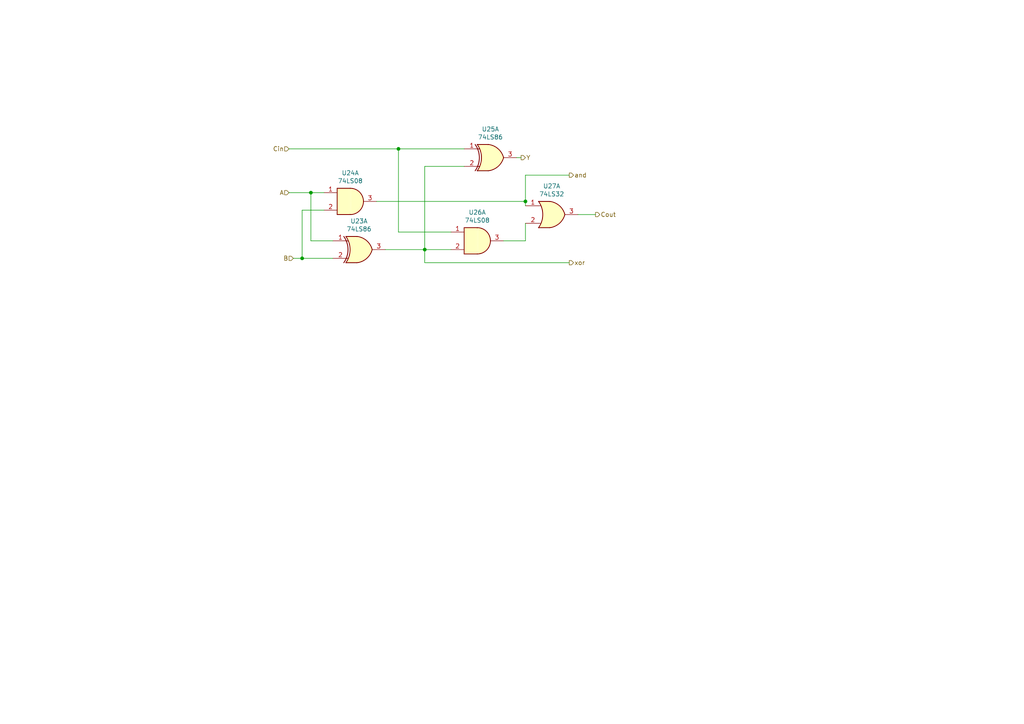
<source format=kicad_sch>
(kicad_sch (version 20211123) (generator eeschema)
  (paper "A4")
  (lib_symbols
    (symbol "74xx:74LS08" (pin_names (offset 1.016))
      (property "Reference" "U" (at 0 1.27 0))
      (property "Value" "74LS08" (at 0 -1.27 0))
      (symbol "74LS08_1_1"
        (arc (start 0 -3.81) (mid 3.81 0) (end 0 3.81) (stroke (width 0.254)) (fill (type background)))
        (polyline (pts (xy 0 3.81) (xy -3.81 3.81) (xy -3.81 -3.81) (xy 0 -3.81)) (stroke (width 0.254)) (fill (type background)))
        (pin input line (at -7.62 2.54 0) (length 3.81) (name "~") (number "1"))
        (pin input line (at -7.62 -2.54 0) (length 3.81) (name "~") (number "2"))
        (pin output line (at 7.62 0 180) (length 3.81) (name "~") (number "3"))
      )
      (symbol "74LS08_1_2"
        (arc (start -3.81 -3.81) (mid -2.589 0) (end -3.81 3.81) (stroke (width 0.254)))
        (arc (start -0.6096 -3.81) (mid 2.1855 -2.584) (end 3.81 0) (stroke (width 0.254)) (fill (type background)))
        (polyline (pts (xy -3.81 -3.81) (xy -0.635 -3.81)) (stroke (width 0.254)) (fill (type background)))
        (polyline (pts (xy -3.81 3.81) (xy -0.635 3.81)) (stroke (width 0.254)) (fill (type background)))
        (polyline (pts (xy -0.635 3.81) (xy -3.81 3.81) (xy -3.81 3.81) (xy -3.556 3.4036) (xy -3.0226 2.2606) (xy -2.6924 1.0414) (xy -2.6162 -0.254) (xy -2.7686 -1.4986) (xy -3.175 -2.7178) (xy -3.81 -3.81) (xy -3.81 -3.81) (xy -0.635 -3.81)) (stroke (width -25.4)) (fill (type background)))
        (arc (start 3.81 0) (mid 2.1928 2.5925) (end -0.6096 3.81) (stroke (width 0.254)) (fill (type background)))
        (pin input inverted (at -7.62 2.54 0) (length 4.318) (name "~") (number "1"))
        (pin input inverted (at -7.62 -2.54 0) (length 4.318) (name "~") (number "2"))
        (pin output inverted (at 7.62 0 180) (length 3.81) (name "~") (number "3"))
      )
      (symbol "74LS08_2_1"
        (arc (start 0 -3.81) (mid 3.81 0) (end 0 3.81) (stroke (width 0.254)) (fill (type background)))
        (polyline (pts (xy 0 3.81) (xy -3.81 3.81) (xy -3.81 -3.81) (xy 0 -3.81)) (stroke (width 0.254)) (fill (type background)))
        (pin input line (at -7.62 2.54 0) (length 3.81) (name "~") (number "4"))
        (pin input line (at -7.62 -2.54 0) (length 3.81) (name "~") (number "5"))
        (pin output line (at 7.62 0 180) (length 3.81) (name "~") (number "6"))
      )
      (symbol "74LS08_2_2"
        (arc (start -3.81 -3.81) (mid -2.589 0) (end -3.81 3.81) (stroke (width 0.254)))
        (arc (start -0.6096 -3.81) (mid 2.1855 -2.584) (end 3.81 0) (stroke (width 0.254)) (fill (type background)))
        (polyline (pts (xy -3.81 -3.81) (xy -0.635 -3.81)) (stroke (width 0.254)) (fill (type background)))
        (polyline (pts (xy -3.81 3.81) (xy -0.635 3.81)) (stroke (width 0.254)) (fill (type background)))
        (polyline (pts (xy -0.635 3.81) (xy -3.81 3.81) (xy -3.81 3.81) (xy -3.556 3.4036) (xy -3.0226 2.2606) (xy -2.6924 1.0414) (xy -2.6162 -0.254) (xy -2.7686 -1.4986) (xy -3.175 -2.7178) (xy -3.81 -3.81) (xy -3.81 -3.81) (xy -0.635 -3.81)) (stroke (width -25.4)) (fill (type background)))
        (arc (start 3.81 0) (mid 2.1928 2.5925) (end -0.6096 3.81) (stroke (width 0.254)) (fill (type background)))
        (pin input inverted (at -7.62 2.54 0) (length 4.318) (name "~") (number "4"))
        (pin input inverted (at -7.62 -2.54 0) (length 4.318) (name "~") (number "5"))
        (pin output inverted (at 7.62 0 180) (length 3.81) (name "~") (number "6"))
      )
      (symbol "74LS08_3_1"
        (arc (start 0 -3.81) (mid 3.81 0) (end 0 3.81) (stroke (width 0.254)) (fill (type background)))
        (polyline (pts (xy 0 3.81) (xy -3.81 3.81) (xy -3.81 -3.81) (xy 0 -3.81)) (stroke (width 0.254)) (fill (type background)))
        (pin input line (at -7.62 -2.54 0) (length 3.81) (name "~") (number "10"))
        (pin output line (at 7.62 0 180) (length 3.81) (name "~") (number "8"))
        (pin input line (at -7.62 2.54 0) (length 3.81) (name "~") (number "9"))
      )
      (symbol "74LS08_3_2"
        (arc (start -3.81 -3.81) (mid -2.589 0) (end -3.81 3.81) (stroke (width 0.254)))
        (arc (start -0.6096 -3.81) (mid 2.1855 -2.584) (end 3.81 0) (stroke (width 0.254)) (fill (type background)))
        (polyline (pts (xy -3.81 -3.81) (xy -0.635 -3.81)) (stroke (width 0.254)) (fill (type background)))
        (polyline (pts (xy -3.81 3.81) (xy -0.635 3.81)) (stroke (width 0.254)) (fill (type background)))
        (polyline (pts (xy -0.635 3.81) (xy -3.81 3.81) (xy -3.81 3.81) (xy -3.556 3.4036) (xy -3.0226 2.2606) (xy -2.6924 1.0414) (xy -2.6162 -0.254) (xy -2.7686 -1.4986) (xy -3.175 -2.7178) (xy -3.81 -3.81) (xy -3.81 -3.81) (xy -0.635 -3.81)) (stroke (width -25.4)) (fill (type background)))
        (arc (start 3.81 0) (mid 2.1928 2.5925) (end -0.6096 3.81) (stroke (width 0.254)) (fill (type background)))
        (pin input inverted (at -7.62 -2.54 0) (length 4.318) (name "~") (number "10"))
        (pin output inverted (at 7.62 0 180) (length 3.81) (name "~") (number "8"))
        (pin input inverted (at -7.62 2.54 0) (length 4.318) (name "~") (number "9"))
      )
      (symbol "74LS08_4_1"
        (arc (start 0 -3.81) (mid 3.81 0) (end 0 3.81) (stroke (width 0.254)) (fill (type background)))
        (polyline (pts (xy 0 3.81) (xy -3.81 3.81) (xy -3.81 -3.81) (xy 0 -3.81)) (stroke (width 0.254)) (fill (type background)))
        (pin output line (at 7.62 0 180) (length 3.81) (name "~") (number "11"))
        (pin input line (at -7.62 2.54 0) (length 3.81) (name "~") (number "12"))
        (pin input line (at -7.62 -2.54 0) (length 3.81) (name "~") (number "13"))
      )
      (symbol "74LS08_4_2"
        (arc (start -3.81 -3.81) (mid -2.589 0) (end -3.81 3.81) (stroke (width 0.254)))
        (arc (start -0.6096 -3.81) (mid 2.1855 -2.584) (end 3.81 0) (stroke (width 0.254)) (fill (type background)))
        (polyline (pts (xy -3.81 -3.81) (xy -0.635 -3.81)) (stroke (width 0.254)) (fill (type background)))
        (polyline (pts (xy -3.81 3.81) (xy -0.635 3.81)) (stroke (width 0.254)) (fill (type background)))
        (polyline (pts (xy -0.635 3.81) (xy -3.81 3.81) (xy -3.81 3.81) (xy -3.556 3.4036) (xy -3.0226 2.2606) (xy -2.6924 1.0414) (xy -2.6162 -0.254) (xy -2.7686 -1.4986) (xy -3.175 -2.7178) (xy -3.81 -3.81) (xy -3.81 -3.81) (xy -0.635 -3.81)) (stroke (width -25.4)) (fill (type background)))
        (arc (start 3.81 0) (mid 2.1928 2.5925) (end -0.6096 3.81) (stroke (width 0.254)) (fill (type background)))
        (pin output inverted (at 7.62 0 180) (length 3.81) (name "~") (number "11"))
        (pin input inverted (at -7.62 2.54 0) (length 4.318) (name "~") (number "12"))
        (pin input inverted (at -7.62 -2.54 0) (length 4.318) (name "~") (number "13"))
      )
      (symbol "74LS08_5_0"
        (pin power_in line (at 0 12.7 270) (length 5.08) (name "VCC") (number "14"))
        (pin power_in line (at 0 -12.7 90) (length 5.08) (name "GND") (number "7"))
      )
      (symbol "74LS08_5_1"
        (rectangle (start -5.08 7.62) (end 5.08 -7.62) (stroke (width 0.254)) (fill (type background)))
      )
    )
    (symbol "74xx:74LS32" (pin_names (offset 1.016))
      (property "Reference" "U" (at 0 1.27 0))
      (property "Value" "74LS32" (at 0 -1.27 0))
      (symbol "74LS32_1_1"
        (arc (start -3.81 -3.81) (mid -2.589 0) (end -3.81 3.81) (stroke (width 0.254)))
        (arc (start -0.6096 -3.81) (mid 2.1855 -2.584) (end 3.81 0) (stroke (width 0.254)) (fill (type background)))
        (polyline (pts (xy -3.81 -3.81) (xy -0.635 -3.81)) (stroke (width 0.254)) (fill (type background)))
        (polyline (pts (xy -3.81 3.81) (xy -0.635 3.81)) (stroke (width 0.254)) (fill (type background)))
        (polyline (pts (xy -0.635 3.81) (xy -3.81 3.81) (xy -3.81 3.81) (xy -3.556 3.4036) (xy -3.0226 2.2606) (xy -2.6924 1.0414) (xy -2.6162 -0.254) (xy -2.7686 -1.4986) (xy -3.175 -2.7178) (xy -3.81 -3.81) (xy -3.81 -3.81) (xy -0.635 -3.81)) (stroke (width -25.4)) (fill (type background)))
        (arc (start 3.81 0) (mid 2.1928 2.5925) (end -0.6096 3.81) (stroke (width 0.254)) (fill (type background)))
        (pin input line (at -7.62 2.54 0) (length 4.318) (name "~") (number "1"))
        (pin input line (at -7.62 -2.54 0) (length 4.318) (name "~") (number "2"))
        (pin output line (at 7.62 0 180) (length 3.81) (name "~") (number "3"))
      )
      (symbol "74LS32_1_2"
        (arc (start 0 -3.81) (mid 3.81 0) (end 0 3.81) (stroke (width 0.254)) (fill (type background)))
        (polyline (pts (xy 0 3.81) (xy -3.81 3.81) (xy -3.81 -3.81) (xy 0 -3.81)) (stroke (width 0.254)) (fill (type background)))
        (pin input inverted (at -7.62 2.54 0) (length 3.81) (name "~") (number "1"))
        (pin input inverted (at -7.62 -2.54 0) (length 3.81) (name "~") (number "2"))
        (pin output inverted (at 7.62 0 180) (length 3.81) (name "~") (number "3"))
      )
      (symbol "74LS32_2_1"
        (arc (start -3.81 -3.81) (mid -2.589 0) (end -3.81 3.81) (stroke (width 0.254)))
        (arc (start -0.6096 -3.81) (mid 2.1855 -2.584) (end 3.81 0) (stroke (width 0.254)) (fill (type background)))
        (polyline (pts (xy -3.81 -3.81) (xy -0.635 -3.81)) (stroke (width 0.254)) (fill (type background)))
        (polyline (pts (xy -3.81 3.81) (xy -0.635 3.81)) (stroke (width 0.254)) (fill (type background)))
        (polyline (pts (xy -0.635 3.81) (xy -3.81 3.81) (xy -3.81 3.81) (xy -3.556 3.4036) (xy -3.0226 2.2606) (xy -2.6924 1.0414) (xy -2.6162 -0.254) (xy -2.7686 -1.4986) (xy -3.175 -2.7178) (xy -3.81 -3.81) (xy -3.81 -3.81) (xy -0.635 -3.81)) (stroke (width -25.4)) (fill (type background)))
        (arc (start 3.81 0) (mid 2.1928 2.5925) (end -0.6096 3.81) (stroke (width 0.254)) (fill (type background)))
        (pin input line (at -7.62 2.54 0) (length 4.318) (name "~") (number "4"))
        (pin input line (at -7.62 -2.54 0) (length 4.318) (name "~") (number "5"))
        (pin output line (at 7.62 0 180) (length 3.81) (name "~") (number "6"))
      )
      (symbol "74LS32_2_2"
        (arc (start 0 -3.81) (mid 3.81 0) (end 0 3.81) (stroke (width 0.254)) (fill (type background)))
        (polyline (pts (xy 0 3.81) (xy -3.81 3.81) (xy -3.81 -3.81) (xy 0 -3.81)) (stroke (width 0.254)) (fill (type background)))
        (pin input inverted (at -7.62 2.54 0) (length 3.81) (name "~") (number "4"))
        (pin input inverted (at -7.62 -2.54 0) (length 3.81) (name "~") (number "5"))
        (pin output inverted (at 7.62 0 180) (length 3.81) (name "~") (number "6"))
      )
      (symbol "74LS32_3_1"
        (arc (start -3.81 -3.81) (mid -2.589 0) (end -3.81 3.81) (stroke (width 0.254)))
        (arc (start -0.6096 -3.81) (mid 2.1855 -2.584) (end 3.81 0) (stroke (width 0.254)) (fill (type background)))
        (polyline (pts (xy -3.81 -3.81) (xy -0.635 -3.81)) (stroke (width 0.254)) (fill (type background)))
        (polyline (pts (xy -3.81 3.81) (xy -0.635 3.81)) (stroke (width 0.254)) (fill (type background)))
        (polyline (pts (xy -0.635 3.81) (xy -3.81 3.81) (xy -3.81 3.81) (xy -3.556 3.4036) (xy -3.0226 2.2606) (xy -2.6924 1.0414) (xy -2.6162 -0.254) (xy -2.7686 -1.4986) (xy -3.175 -2.7178) (xy -3.81 -3.81) (xy -3.81 -3.81) (xy -0.635 -3.81)) (stroke (width -25.4)) (fill (type background)))
        (arc (start 3.81 0) (mid 2.1928 2.5925) (end -0.6096 3.81) (stroke (width 0.254)) (fill (type background)))
        (pin input line (at -7.62 -2.54 0) (length 4.318) (name "~") (number "10"))
        (pin output line (at 7.62 0 180) (length 3.81) (name "~") (number "8"))
        (pin input line (at -7.62 2.54 0) (length 4.318) (name "~") (number "9"))
      )
      (symbol "74LS32_3_2"
        (arc (start 0 -3.81) (mid 3.81 0) (end 0 3.81) (stroke (width 0.254)) (fill (type background)))
        (polyline (pts (xy 0 3.81) (xy -3.81 3.81) (xy -3.81 -3.81) (xy 0 -3.81)) (stroke (width 0.254)) (fill (type background)))
        (pin input inverted (at -7.62 -2.54 0) (length 3.81) (name "~") (number "10"))
        (pin output inverted (at 7.62 0 180) (length 3.81) (name "~") (number "8"))
        (pin input inverted (at -7.62 2.54 0) (length 3.81) (name "~") (number "9"))
      )
      (symbol "74LS32_4_1"
        (arc (start -3.81 -3.81) (mid -2.589 0) (end -3.81 3.81) (stroke (width 0.254)))
        (arc (start -0.6096 -3.81) (mid 2.1855 -2.584) (end 3.81 0) (stroke (width 0.254)) (fill (type background)))
        (polyline (pts (xy -3.81 -3.81) (xy -0.635 -3.81)) (stroke (width 0.254)) (fill (type background)))
        (polyline (pts (xy -3.81 3.81) (xy -0.635 3.81)) (stroke (width 0.254)) (fill (type background)))
        (polyline (pts (xy -0.635 3.81) (xy -3.81 3.81) (xy -3.81 3.81) (xy -3.556 3.4036) (xy -3.0226 2.2606) (xy -2.6924 1.0414) (xy -2.6162 -0.254) (xy -2.7686 -1.4986) (xy -3.175 -2.7178) (xy -3.81 -3.81) (xy -3.81 -3.81) (xy -0.635 -3.81)) (stroke (width -25.4)) (fill (type background)))
        (arc (start 3.81 0) (mid 2.1928 2.5925) (end -0.6096 3.81) (stroke (width 0.254)) (fill (type background)))
        (pin output line (at 7.62 0 180) (length 3.81) (name "~") (number "11"))
        (pin input line (at -7.62 2.54 0) (length 4.318) (name "~") (number "12"))
        (pin input line (at -7.62 -2.54 0) (length 4.318) (name "~") (number "13"))
      )
      (symbol "74LS32_4_2"
        (arc (start 0 -3.81) (mid 3.81 0) (end 0 3.81) (stroke (width 0.254)) (fill (type background)))
        (polyline (pts (xy 0 3.81) (xy -3.81 3.81) (xy -3.81 -3.81) (xy 0 -3.81)) (stroke (width 0.254)) (fill (type background)))
        (pin output inverted (at 7.62 0 180) (length 3.81) (name "~") (number "11"))
        (pin input inverted (at -7.62 2.54 0) (length 3.81) (name "~") (number "12"))
        (pin input inverted (at -7.62 -2.54 0) (length 3.81) (name "~") (number "13"))
      )
      (symbol "74LS32_5_0"
        (pin power_in line (at 0 12.7 270) (length 5.08) (name "VCC") (number "14"))
        (pin power_in line (at 0 -12.7 90) (length 5.08) (name "GND") (number "7"))
      )
      (symbol "74LS32_5_1"
        (rectangle (start -5.08 7.62) (end 5.08 -7.62) (stroke (width 0.254)) (fill (type background)))
      )
    )
    (symbol "74xx:74LS86" (pin_names (offset 1.016))
      (property "Reference" "U" (at 0 1.27 0))
      (property "Value" "74LS86" (at 0 -1.27 0))
      (symbol "74LS86_1_0"
        (arc (start -4.4196 -3.81) (mid -3.2033 0) (end -4.4196 3.81) (stroke (width 0.254)))
        (arc (start -3.81 -3.81) (mid -2.589 0) (end -3.81 3.81) (stroke (width 0.254)))
        (arc (start -0.6096 -3.81) (mid 2.1855 -2.584) (end 3.81 0) (stroke (width 0.254)) (fill (type background)))
        (polyline (pts (xy -3.81 -3.81) (xy -0.635 -3.81)) (stroke (width 0.254)) (fill (type background)))
        (polyline (pts (xy -3.81 3.81) (xy -0.635 3.81)) (stroke (width 0.254)) (fill (type background)))
        (polyline (pts (xy -0.635 3.81) (xy -3.81 3.81) (xy -3.81 3.81) (xy -3.556 3.4036) (xy -3.0226 2.2606) (xy -2.6924 1.0414) (xy -2.6162 -0.254) (xy -2.7686 -1.4986) (xy -3.175 -2.7178) (xy -3.81 -3.81) (xy -3.81 -3.81) (xy -0.635 -3.81)) (stroke (width -25.4)) (fill (type background)))
        (arc (start 3.81 0) (mid 2.1928 2.5925) (end -0.6096 3.81) (stroke (width 0.254)) (fill (type background)))
        (pin input line (at -7.62 2.54 0) (length 4.445) (name "~") (number "1"))
        (pin input line (at -7.62 -2.54 0) (length 4.445) (name "~") (number "2"))
        (pin output line (at 7.62 0 180) (length 3.81) (name "~") (number "3"))
      )
      (symbol "74LS86_1_1"
        (polyline (pts (xy -3.81 -2.54) (xy -3.175 -2.54)) (stroke (width 0.1524)))
        (polyline (pts (xy -3.81 2.54) (xy -3.175 2.54)) (stroke (width 0.1524)))
      )
      (symbol "74LS86_2_0"
        (arc (start -4.4196 -3.81) (mid -3.2033 0) (end -4.4196 3.81) (stroke (width 0.254)))
        (arc (start -3.81 -3.81) (mid -2.589 0) (end -3.81 3.81) (stroke (width 0.254)))
        (arc (start -0.6096 -3.81) (mid 2.1855 -2.584) (end 3.81 0) (stroke (width 0.254)) (fill (type background)))
        (polyline (pts (xy -3.81 -3.81) (xy -0.635 -3.81)) (stroke (width 0.254)) (fill (type background)))
        (polyline (pts (xy -3.81 3.81) (xy -0.635 3.81)) (stroke (width 0.254)) (fill (type background)))
        (polyline (pts (xy -0.635 3.81) (xy -3.81 3.81) (xy -3.81 3.81) (xy -3.556 3.4036) (xy -3.0226 2.2606) (xy -2.6924 1.0414) (xy -2.6162 -0.254) (xy -2.7686 -1.4986) (xy -3.175 -2.7178) (xy -3.81 -3.81) (xy -3.81 -3.81) (xy -0.635 -3.81)) (stroke (width -25.4)) (fill (type background)))
        (arc (start 3.81 0) (mid 2.1928 2.5925) (end -0.6096 3.81) (stroke (width 0.254)) (fill (type background)))
        (pin input line (at -7.62 2.54 0) (length 4.445) (name "~") (number "4"))
        (pin input line (at -7.62 -2.54 0) (length 4.445) (name "~") (number "5"))
        (pin output line (at 7.62 0 180) (length 3.81) (name "~") (number "6"))
      )
      (symbol "74LS86_2_1"
        (polyline (pts (xy -3.81 -2.54) (xy -3.175 -2.54)) (stroke (width 0.1524)))
        (polyline (pts (xy -3.81 2.54) (xy -3.175 2.54)) (stroke (width 0.1524)))
      )
      (symbol "74LS86_3_0"
        (arc (start -4.4196 -3.81) (mid -3.2033 0) (end -4.4196 3.81) (stroke (width 0.254)))
        (arc (start -3.81 -3.81) (mid -2.589 0) (end -3.81 3.81) (stroke (width 0.254)))
        (arc (start -0.6096 -3.81) (mid 2.1855 -2.584) (end 3.81 0) (stroke (width 0.254)) (fill (type background)))
        (polyline (pts (xy -3.81 -3.81) (xy -0.635 -3.81)) (stroke (width 0.254)) (fill (type background)))
        (polyline (pts (xy -3.81 3.81) (xy -0.635 3.81)) (stroke (width 0.254)) (fill (type background)))
        (polyline (pts (xy -0.635 3.81) (xy -3.81 3.81) (xy -3.81 3.81) (xy -3.556 3.4036) (xy -3.0226 2.2606) (xy -2.6924 1.0414) (xy -2.6162 -0.254) (xy -2.7686 -1.4986) (xy -3.175 -2.7178) (xy -3.81 -3.81) (xy -3.81 -3.81) (xy -0.635 -3.81)) (stroke (width -25.4)) (fill (type background)))
        (arc (start 3.81 0) (mid 2.1928 2.5925) (end -0.6096 3.81) (stroke (width 0.254)) (fill (type background)))
        (pin input line (at -7.62 -2.54 0) (length 4.445) (name "~") (number "10"))
        (pin output line (at 7.62 0 180) (length 3.81) (name "~") (number "8"))
        (pin input line (at -7.62 2.54 0) (length 4.445) (name "~") (number "9"))
      )
      (symbol "74LS86_3_1"
        (polyline (pts (xy -3.81 -2.54) (xy -3.175 -2.54)) (stroke (width 0.1524)))
        (polyline (pts (xy -3.81 2.54) (xy -3.175 2.54)) (stroke (width 0.1524)))
      )
      (symbol "74LS86_4_0"
        (arc (start -4.4196 -3.81) (mid -3.2033 0) (end -4.4196 3.81) (stroke (width 0.254)))
        (arc (start -3.81 -3.81) (mid -2.589 0) (end -3.81 3.81) (stroke (width 0.254)))
        (arc (start -0.6096 -3.81) (mid 2.1855 -2.584) (end 3.81 0) (stroke (width 0.254)) (fill (type background)))
        (polyline (pts (xy -3.81 -3.81) (xy -0.635 -3.81)) (stroke (width 0.254)) (fill (type background)))
        (polyline (pts (xy -3.81 3.81) (xy -0.635 3.81)) (stroke (width 0.254)) (fill (type background)))
        (polyline (pts (xy -0.635 3.81) (xy -3.81 3.81) (xy -3.81 3.81) (xy -3.556 3.4036) (xy -3.0226 2.2606) (xy -2.6924 1.0414) (xy -2.6162 -0.254) (xy -2.7686 -1.4986) (xy -3.175 -2.7178) (xy -3.81 -3.81) (xy -3.81 -3.81) (xy -0.635 -3.81)) (stroke (width -25.4)) (fill (type background)))
        (arc (start 3.81 0) (mid 2.1928 2.5925) (end -0.6096 3.81) (stroke (width 0.254)) (fill (type background)))
        (pin output line (at 7.62 0 180) (length 3.81) (name "~") (number "11"))
        (pin input line (at -7.62 2.54 0) (length 4.445) (name "~") (number "12"))
        (pin input line (at -7.62 -2.54 0) (length 4.445) (name "~") (number "13"))
      )
      (symbol "74LS86_4_1"
        (polyline (pts (xy -3.81 -2.54) (xy -3.175 -2.54)) (stroke (width 0.1524)))
        (polyline (pts (xy -3.81 2.54) (xy -3.175 2.54)) (stroke (width 0.1524)))
      )
      (symbol "74LS86_5_0"
        (pin power_in line (at 0 12.7 270) (length 5.08) (name "VCC") (number "14"))
        (pin power_in line (at 0 -12.7 90) (length 5.08) (name "GND") (number "7"))
      )
      (symbol "74LS86_5_1"
        (rectangle (start -5.08 7.62) (end 5.08 -7.62) (stroke (width 0.254)) (fill (type background)))
      )
    )
  )
  (junction (at 90.17 55.88))
  (junction (at 123.19 72.39))
  (junction (at 87.63 74.93))
  (junction (at 115.57 43.18))
  (junction (at 152.4 58.42))
  (wire (pts (xy 109.22 58.42) (xy 152.4 58.42)))
  (wire (pts (xy 115.57 43.18) (xy 83.82 43.18)))
  (wire (pts (xy 165.1 76.2) (xy 123.19 76.2)))
  (wire (pts (xy 123.19 72.39) (xy 130.81 72.39)))
  (wire (pts (xy 123.19 76.2) (xy 123.19 72.39)))
  (wire (pts (xy 115.57 67.31) (xy 130.81 67.31)))
  (wire (pts (xy 85.09 74.93) (xy 87.63 74.93)))
  (wire (pts (xy 149.86 45.72) (xy 151.13 45.72)))
  (wire (pts (xy 90.17 69.85) (xy 96.52 69.85)))
  (wire (pts (xy 134.62 43.18) (xy 115.57 43.18)))
  (wire (pts (xy 93.98 55.88) (xy 90.17 55.88)))
  (wire (pts (xy 90.17 55.88) (xy 90.17 69.85)))
  (wire (pts (xy 152.4 58.42) (xy 152.4 50.8)))
  (wire (pts (xy 123.19 48.26) (xy 123.19 72.39)))
  (wire (pts (xy 87.63 74.93) (xy 96.52 74.93)))
  (wire (pts (xy 134.62 48.26) (xy 123.19 48.26)))
  (wire (pts (xy 87.63 60.96) (xy 87.63 74.93)))
  (wire (pts (xy 152.4 50.8) (xy 165.1 50.8)))
  (wire (pts (xy 152.4 69.85) (xy 152.4 64.77)))
  (wire (pts (xy 93.98 60.96) (xy 87.63 60.96)))
  (wire (pts (xy 111.76 72.39) (xy 123.19 72.39)))
  (wire (pts (xy 146.05 69.85) (xy 152.4 69.85)))
  (wire (pts (xy 115.57 43.18) (xy 115.57 67.31)))
  (wire (pts (xy 90.17 55.88) (xy 83.82 55.88)))
  (wire (pts (xy 167.64 62.23) (xy 172.72 62.23)))
  (wire (pts (xy 152.4 58.42) (xy 152.4 59.69)))
  (hierarchical_label "Cin" (shape input) (at 83.82 43.18 180))
  (hierarchical_label "xor" (shape output) (at 165.1 76.2 0))
  (hierarchical_label "Y" (shape output) (at 151.13 45.72 0))
  (hierarchical_label "Cout" (shape output) (at 172.72 62.23 0))
  (hierarchical_label "and" (shape output) (at 165.1 50.8 0))
  (hierarchical_label "B" (shape input) (at 85.09 74.93 180))
  (hierarchical_label "A" (shape input) (at 83.82 55.88 180))
  (symbol (lib_id "74xx:74LS08") (at 101.6 58.42 0)
    (property "Reference" "U24" (at 101.6 50.165 0))
    (property "Value" "74LS08" (at 101.6 52.4764 0))
    (property "Footprint" "Package_DIP:DIP-14_W7.62mm" (effects hide))
    (property "Datasheet" "http://www.ti.com/lit/gpn/sn74LS08" (effects hide))
  )
  (symbol (lib_id "74xx:74LS08") (at 138.43 69.85 0)
    (property "Reference" "U26" (at 138.43 61.595 0))
    (property "Value" "74LS08" (at 138.43 63.9064 0))
    (property "Footprint" "Package_DIP:DIP-14_W7.62mm" (effects hide))
    (property "Datasheet" "http://www.ti.com/lit/gpn/sn74LS08" (effects hide))
  )
  (symbol (lib_id "74xx:74LS86") (at 104.14 72.39 0)
    (property "Reference" "U23" (at 104.14 64.135 0))
    (property "Value" "74LS86" (at 104.14 66.4464 0))
    (property "Footprint" "Package_DIP:DIP-14_W7.62mm" (effects hide))
    (property "Datasheet" "74xx/74ls86.pdf" (effects hide))
  )
  (symbol (lib_id "74xx:74LS86") (at 142.24 45.72 0)
    (property "Reference" "U25" (at 142.24 37.465 0))
    (property "Value" "74LS86" (at 142.24 39.7764 0))
    (property "Footprint" "Package_DIP:DIP-14_W7.62mm" (effects hide))
    (property "Datasheet" "74xx/74ls86.pdf" (effects hide))
  )
  (symbol (lib_id "74xx:74LS32") (at 160.02 62.23 0)
    (property "Reference" "U27" (at 160.02 53.975 0))
    (property "Value" "74LS32" (at 160.02 56.2864 0))
    (property "Footprint" "Package_DIP:DIP-14_W7.62mm" (effects hide))
    (property "Datasheet" "http://www.ti.com/lit/gpn/sn74LS32" (effects hide))
  )
)
</source>
